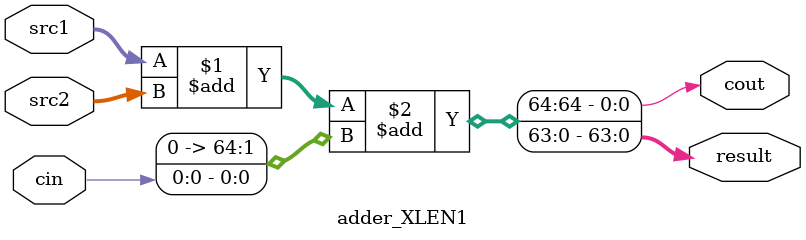
<source format=v>
/* verilator lint_off DECLFILENAME */
/* verilator lint_off PINMISSING */
/* verilator lint_off UNUSED */

`define ysyx_220053_XLEN 64
`define ysyx_220053_XXLEN 128

module ysyx_220053_divu(
    input clk,
    input rst,
    input [`ysyx_220053_XLEN - 1:0] dividend,
    input [`ysyx_220053_XLEN - 1:0] divisor,
    input div_valid,
    input div_signed,
    input flush,
    output div_ready,
    output out_valid,
    output [`ysyx_220053_XLEN - 1:0] quotient,
    output [`ysyx_220053_XLEN - 1:0] remainder
);
    reg running_r;
    reg ready_r, valid_r;
    reg [6:0] cnt;
    reg [`ysyx_220053_XXLEN - 1:0] udividend_r;
    reg [`ysyx_220053_XLEN - 1:0] udivisor_r, quotient_r, remainder_r;
    reg dividend_s, divisor_s;
    wire [`ysyx_220053_XLEN - 1:0] dividend_abs, divisor_abs;
    wire [`ysyx_220053_XLEN - 1 : 0] sub;
    wire sub_s;

//abs
    wire dividend_abs = ~dividend + `ysyx_220053_XLEN'b1;
    wire divisor_abs  = ~divisor  + `ysyx_220053_XLEN'b1;

//status
    wire ready_to_doing = ready_r && div_valid;
    wire doing_to_done  =  calculate_done;
    wire done_to_ready  = valid_r;
    wire calculate_done = running_r &&  cnt == 7'h40;
    always @(posedge clk) begin
        if (rst || flush  || done_to_ready) begin
            ready_r <= 1'b1;
        end
        else if (ready_to_doing) begin
            ready_r <= 1'b0;
        end 
    end

    always @(posedge clk) begin
        if (rst || flush || doing_to_done ) begin
            running_r <= 1'b0;
        end
        else if (ready_to_doing) begin
            running_r <= 1'b1;
        end 
    end

    always @(posedge clk) begin
        if (rst || flush || done_to_ready ) begin
            valid_r <= 1'b0;
        end
        else if (doing_to_done) begin
            valid_r <= 1'b1;
        end 
    end

//sign
    always @(posedge clk)begin
        if (rst || flush) begin
            dividend_s <= 1'b0;
            divisor_s  <= 1'b0;
        end
        else if(ready_to_doing) begin
            dividend_s <= div_signed & dividend[`ysyx_220053_XLEN - 1];
            divisor_s  <= div_signed & divisor[`ysyx_220053_XLEN - 1];
        end
    end

//cnt
    always @(posedge clk) begin
        if(rst || flush || done_to_ready) begin
            cnt <= 7'b0;
        end
        else if(running_r) begin
            cnt <= cnt + 1'b1;
        end
    end

//calculate
    always @(posedge clk) begin
        if(ready_to_doing) begin
            udividend_r <= div_signed & dividend[`ysyx_220053_XLEN - 1] ? {`ysyx_220053_XLEN'b0, dividend_abs} : {`ysyx_220053_XLEN'b0, dividend};
            udivisor_r  <= div_signed & divisor[`ysyx_220053_XLEN - 1]  ? divisor_abs : divisor;
        end
        else if(running_r) begin
            udividend_r <= sub_s ? {udividend_r[`ysyx_220053_XXLEN - 2 : 0],1'b0} : {sub[`ysyx_220053_XLEN - 1:0], udividend_r[`ysyx_220053_XLEN - 2 : 0], 1'b0};
        end
    end 

    adder_XLEN1 suber(.src1(udividend_r[`ysyx_220053_XXLEN - 1: `ysyx_220053_XLEN - 1]),
                      .src2({1'b1,~udivisor_r}),
                      .cin(1'b1),
                      .cout(sub_s),
                      .result(sub)
                      );

    always @(posedge clk) begin
        if(rst || flush || ready_to_doing) begin
            remainder_r <= `ysyx_220053_XLEN'b0;
            quotient_r  <= `ysyx_220053_XLEN'b0;
        end
        else if(calculate_done) begin
            remainder_r <= udividend_r[`ysyx_220053_XXLEN - 1: `ysyx_220053_XLEN]; 
            quotient_r  <= quotient_r;
        end
        else if(running_r) begin
            quotient_r <= {quotient_r[`ysyx_220053_XLEN - 2 : 0], ~sub_s};
        end 
    end
//correct
    assign quotient = dividend_s ^ divisor_s ? ~quotient_r + `ysyx_220053_XLEN'b1 : quotient_r;
    assign remainder = dividend_s ? ~remainder_r + `ysyx_220053_XLEN'b1 : remainder_r;
    assign div_ready = ready_r;
    assign out_valid = valid_r;
endmodule

module adder_XLEN1 (
    input [`ysyx_220053_XLEN:0] src1,
    input [`ysyx_220053_XLEN:0] src2,
    input cin,
    output cout,
    output [`ysyx_220053_XLEN - 1:0] result
);
assign {cout, result} = src1 + src2 + {`ysyx_220053_XLEN'b0,cin};
endmodule

</source>
